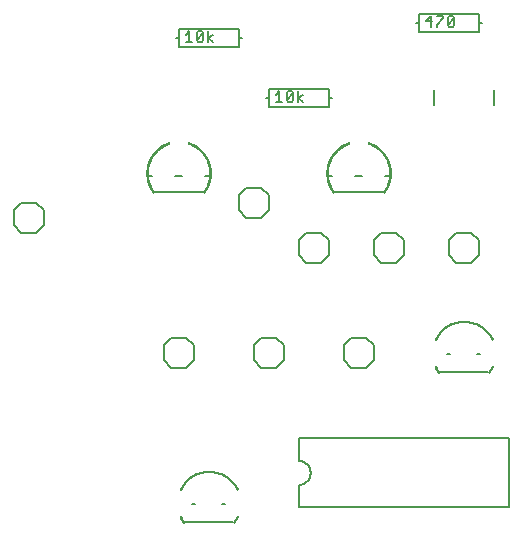
<source format=gto>
G75*
G70*
%OFA0B0*%
%FSLAX24Y24*%
%IPPOS*%
%LPD*%
%AMOC8*
5,1,8,0,0,1.08239X$1,22.5*
%
%ADD10C,0.0080*%
%ADD11C,0.0060*%
%ADD12C,0.0050*%
%ADD13C,0.0010*%
D10*
X009100Y007850D02*
X009350Y007600D01*
X009850Y007600D01*
X010100Y007850D01*
X010100Y008350D01*
X009850Y008600D01*
X009350Y008600D01*
X009100Y008350D01*
X009100Y007850D01*
X012100Y007850D02*
X012350Y007600D01*
X012850Y007600D01*
X013100Y007850D01*
X013100Y008350D01*
X012850Y008600D01*
X012350Y008600D01*
X012100Y008350D01*
X012100Y007850D01*
X015100Y007850D02*
X015350Y007600D01*
X015850Y007600D01*
X016100Y007850D01*
X016100Y008350D01*
X015850Y008600D01*
X015350Y008600D01*
X015100Y008350D01*
X015100Y007850D01*
X014350Y011100D02*
X013850Y011100D01*
X013600Y011350D01*
X013600Y011850D01*
X013850Y012100D01*
X014350Y012100D01*
X014600Y011850D01*
X014600Y011350D01*
X014350Y011100D01*
X016100Y011350D02*
X016350Y011100D01*
X016850Y011100D01*
X017100Y011350D01*
X017100Y011850D01*
X016850Y012100D01*
X016350Y012100D01*
X016100Y011850D01*
X016100Y011350D01*
X018600Y011350D02*
X018850Y011100D01*
X019350Y011100D01*
X019600Y011350D01*
X019600Y011850D01*
X019350Y012100D01*
X018850Y012100D01*
X018600Y011850D01*
X018600Y011350D01*
X018100Y016350D02*
X018100Y016850D01*
X020100Y016850D02*
X020100Y016350D01*
X019600Y018800D02*
X017600Y018800D01*
X017600Y019100D01*
X017500Y019100D01*
X017600Y019100D02*
X017600Y019400D01*
X019600Y019400D01*
X019600Y019100D01*
X019700Y019100D01*
X019600Y019100D02*
X019600Y018800D01*
X014600Y016900D02*
X014600Y016600D01*
X014700Y016600D01*
X014600Y016600D02*
X014600Y016300D01*
X012600Y016300D01*
X012600Y016600D01*
X012500Y016600D01*
X012600Y016600D02*
X012600Y016900D01*
X014600Y016900D01*
X011600Y018300D02*
X009600Y018300D01*
X009600Y018600D01*
X009500Y018600D01*
X009600Y018600D02*
X009600Y018900D01*
X011600Y018900D01*
X011600Y018600D01*
X011700Y018600D01*
X011600Y018600D02*
X011600Y018300D01*
X011850Y013600D02*
X011600Y013350D01*
X011600Y012850D01*
X011850Y012600D01*
X012350Y012600D01*
X012600Y012850D01*
X012600Y013350D01*
X012350Y013600D01*
X011850Y013600D01*
X005100Y012850D02*
X005100Y012350D01*
X004850Y012100D01*
X004350Y012100D01*
X004100Y012350D01*
X004100Y012850D01*
X004350Y013100D01*
X004850Y013100D01*
X005100Y012850D01*
D11*
X008555Y014000D02*
X008713Y014000D01*
X008775Y013450D02*
X010425Y013450D01*
X010487Y014000D02*
X010645Y014000D01*
X009713Y014000D02*
X009487Y014000D01*
X012830Y016480D02*
X013057Y016480D01*
X012943Y016480D02*
X012943Y016820D01*
X012830Y016707D01*
X013198Y016764D02*
X013198Y016537D01*
X013425Y016764D01*
X013425Y016537D01*
X013368Y016480D01*
X013255Y016480D01*
X013198Y016537D01*
X013198Y016764D02*
X013255Y016820D01*
X013368Y016820D01*
X013425Y016764D01*
X013567Y016820D02*
X013567Y016480D01*
X013567Y016593D02*
X013737Y016707D01*
X013567Y016593D02*
X013737Y016480D01*
X014555Y014000D02*
X014713Y014000D01*
X014775Y013450D02*
X016425Y013450D01*
X016487Y014000D02*
X016645Y014000D01*
X015713Y014000D02*
X015487Y014000D01*
X010737Y018480D02*
X010567Y018593D01*
X010737Y018707D01*
X010567Y018820D02*
X010567Y018480D01*
X010425Y018537D02*
X010368Y018480D01*
X010255Y018480D01*
X010198Y018537D01*
X010425Y018764D01*
X010425Y018537D01*
X010425Y018764D02*
X010368Y018820D01*
X010255Y018820D01*
X010198Y018764D01*
X010198Y018537D01*
X010057Y018480D02*
X009830Y018480D01*
X009943Y018480D02*
X009943Y018820D01*
X009830Y018707D01*
X017830Y019150D02*
X018057Y019150D01*
X018000Y018980D02*
X018000Y019320D01*
X017830Y019150D01*
X018198Y019037D02*
X018198Y018980D01*
X018198Y019037D02*
X018425Y019264D01*
X018425Y019320D01*
X018198Y019320D01*
X018567Y019264D02*
X018567Y019037D01*
X018793Y019264D01*
X018793Y019037D01*
X018737Y018980D01*
X018623Y018980D01*
X018567Y019037D01*
X018567Y019264D02*
X018623Y019320D01*
X018737Y019320D01*
X018793Y019264D01*
X020600Y005250D02*
X013600Y005250D01*
X013600Y004500D01*
X013639Y004498D01*
X013678Y004492D01*
X013716Y004483D01*
X013753Y004470D01*
X013789Y004453D01*
X013822Y004433D01*
X013854Y004409D01*
X013883Y004383D01*
X013909Y004354D01*
X013933Y004322D01*
X013953Y004289D01*
X013970Y004253D01*
X013983Y004216D01*
X013992Y004178D01*
X013998Y004139D01*
X014000Y004100D01*
X013998Y004061D01*
X013992Y004022D01*
X013983Y003984D01*
X013970Y003947D01*
X013953Y003911D01*
X013933Y003878D01*
X013909Y003846D01*
X013883Y003817D01*
X013854Y003791D01*
X013822Y003767D01*
X013789Y003747D01*
X013753Y003730D01*
X013716Y003717D01*
X013678Y003708D01*
X013639Y003702D01*
X013600Y003700D01*
X013600Y002950D01*
X020600Y002950D01*
X020600Y005250D01*
D12*
X019925Y007450D02*
X018275Y007450D01*
X018547Y008050D02*
X018653Y008050D01*
X019547Y008050D02*
X019653Y008050D01*
X011425Y002450D02*
X009775Y002450D01*
X010047Y003050D02*
X010153Y003050D01*
X011047Y003050D02*
X011153Y003050D01*
D13*
X011443Y002442D02*
X011411Y002467D01*
X011412Y002466D02*
X011447Y002514D01*
X011479Y002563D01*
X011508Y002614D01*
X011534Y002666D01*
X011570Y002650D01*
X011570Y002649D01*
X011543Y002595D01*
X011513Y002542D01*
X011480Y002491D01*
X011443Y002442D01*
X011436Y002447D01*
X011472Y002496D01*
X011505Y002547D01*
X011535Y002599D01*
X011562Y002653D01*
X011554Y002657D01*
X011527Y002603D01*
X011498Y002551D01*
X011465Y002501D01*
X011429Y002453D01*
X011422Y002458D01*
X011457Y002506D01*
X011490Y002556D01*
X011519Y002607D01*
X011546Y002661D01*
X011538Y002664D01*
X011511Y002612D01*
X011482Y002561D01*
X011450Y002511D01*
X011415Y002464D01*
X011565Y003560D02*
X011529Y003543D01*
X011530Y003543D02*
X011501Y003599D01*
X011469Y003653D01*
X011434Y003705D01*
X011396Y003754D01*
X011354Y003801D01*
X011310Y003846D01*
X011263Y003888D01*
X011214Y003927D01*
X011163Y003963D01*
X011109Y003995D01*
X011054Y004025D01*
X010997Y004050D01*
X010938Y004073D01*
X010879Y004092D01*
X010818Y004107D01*
X010756Y004118D01*
X010694Y004126D01*
X010631Y004130D01*
X010569Y004130D01*
X010506Y004126D01*
X010444Y004118D01*
X010382Y004107D01*
X010321Y004092D01*
X010262Y004073D01*
X010203Y004050D01*
X010146Y004025D01*
X010091Y003995D01*
X010037Y003963D01*
X009986Y003927D01*
X009937Y003888D01*
X009890Y003846D01*
X009846Y003801D01*
X009804Y003754D01*
X009766Y003705D01*
X009731Y003653D01*
X009699Y003599D01*
X009670Y003543D01*
X009635Y003560D01*
X009634Y003560D01*
X009664Y003618D01*
X009697Y003674D01*
X009734Y003728D01*
X009773Y003780D01*
X009816Y003829D01*
X009862Y003875D01*
X009911Y003918D01*
X009962Y003959D01*
X010015Y003996D01*
X010071Y004030D01*
X010128Y004060D01*
X010188Y004087D01*
X010248Y004111D01*
X010311Y004130D01*
X010374Y004146D01*
X010438Y004158D01*
X010502Y004166D01*
X010567Y004170D01*
X010633Y004170D01*
X010698Y004166D01*
X010762Y004158D01*
X010826Y004146D01*
X010889Y004130D01*
X010952Y004111D01*
X011012Y004087D01*
X011072Y004060D01*
X011129Y004030D01*
X011185Y003996D01*
X011238Y003959D01*
X011289Y003918D01*
X011338Y003875D01*
X011384Y003829D01*
X011427Y003780D01*
X011466Y003728D01*
X011503Y003674D01*
X011536Y003618D01*
X011566Y003560D01*
X011558Y003556D01*
X011528Y003614D01*
X011495Y003669D01*
X011459Y003723D01*
X011420Y003774D01*
X011377Y003822D01*
X011332Y003868D01*
X011284Y003911D01*
X011233Y003952D01*
X011180Y003988D01*
X011125Y004022D01*
X011068Y004052D01*
X011009Y004079D01*
X010949Y004102D01*
X010887Y004121D01*
X010824Y004137D01*
X010761Y004149D01*
X010697Y004157D01*
X010632Y004161D01*
X010568Y004161D01*
X010503Y004157D01*
X010439Y004149D01*
X010376Y004137D01*
X010313Y004121D01*
X010251Y004102D01*
X010191Y004079D01*
X010132Y004052D01*
X010075Y004022D01*
X010020Y003988D01*
X009967Y003952D01*
X009916Y003911D01*
X009868Y003868D01*
X009823Y003822D01*
X009780Y003774D01*
X009741Y003723D01*
X009705Y003669D01*
X009672Y003614D01*
X009642Y003556D01*
X009650Y003553D01*
X009680Y003610D01*
X009712Y003665D01*
X009748Y003718D01*
X009787Y003768D01*
X009830Y003816D01*
X009875Y003862D01*
X009922Y003905D01*
X009972Y003944D01*
X010025Y003981D01*
X010080Y004014D01*
X010136Y004044D01*
X010195Y004071D01*
X010254Y004094D01*
X010315Y004113D01*
X010378Y004128D01*
X010441Y004140D01*
X010504Y004148D01*
X010568Y004152D01*
X010632Y004152D01*
X010696Y004148D01*
X010759Y004140D01*
X010822Y004128D01*
X010885Y004113D01*
X010946Y004094D01*
X011005Y004071D01*
X011064Y004044D01*
X011120Y004014D01*
X011175Y003981D01*
X011228Y003944D01*
X011278Y003905D01*
X011325Y003862D01*
X011370Y003816D01*
X011413Y003768D01*
X011452Y003718D01*
X011488Y003665D01*
X011520Y003610D01*
X011550Y003553D01*
X011542Y003549D01*
X011512Y003605D01*
X011480Y003660D01*
X011444Y003712D01*
X011406Y003762D01*
X011364Y003810D01*
X011319Y003855D01*
X011272Y003898D01*
X011222Y003937D01*
X011170Y003973D01*
X011116Y004006D01*
X011060Y004036D01*
X011002Y004062D01*
X010943Y004085D01*
X010882Y004104D01*
X010821Y004119D01*
X010758Y004131D01*
X010695Y004139D01*
X010632Y004143D01*
X010568Y004143D01*
X010505Y004139D01*
X010442Y004131D01*
X010379Y004119D01*
X010318Y004104D01*
X010257Y004085D01*
X010198Y004062D01*
X010140Y004036D01*
X010084Y004006D01*
X010030Y003973D01*
X009978Y003937D01*
X009928Y003898D01*
X009881Y003855D01*
X009836Y003810D01*
X009794Y003762D01*
X009756Y003712D01*
X009720Y003660D01*
X009688Y003605D01*
X009658Y003549D01*
X009667Y003545D01*
X009695Y003601D01*
X009728Y003655D01*
X009763Y003707D01*
X009801Y003757D01*
X009843Y003804D01*
X009887Y003849D01*
X009934Y003891D01*
X009983Y003930D01*
X010035Y003966D01*
X010089Y003999D01*
X010144Y004028D01*
X010202Y004054D01*
X010260Y004077D01*
X010320Y004095D01*
X010381Y004111D01*
X010443Y004122D01*
X010506Y004130D01*
X010569Y004134D01*
X010631Y004134D01*
X010694Y004130D01*
X010757Y004122D01*
X010819Y004111D01*
X010880Y004095D01*
X010940Y004077D01*
X010998Y004054D01*
X011056Y004028D01*
X011111Y003999D01*
X011165Y003966D01*
X011217Y003930D01*
X011266Y003891D01*
X011313Y003849D01*
X011357Y003804D01*
X011399Y003757D01*
X011437Y003707D01*
X011472Y003655D01*
X011505Y003601D01*
X011533Y003545D01*
X009635Y002640D02*
X009671Y002657D01*
X009670Y002657D02*
X009696Y002607D01*
X009724Y002558D01*
X009755Y002511D01*
X009788Y002466D01*
X009757Y002442D01*
X009722Y002488D01*
X009690Y002537D01*
X009661Y002588D01*
X009634Y002640D01*
X009642Y002644D01*
X009669Y002592D01*
X009698Y002542D01*
X009729Y002494D01*
X009764Y002447D01*
X009771Y002453D01*
X009737Y002499D01*
X009705Y002547D01*
X009676Y002596D01*
X009650Y002647D01*
X009658Y002651D01*
X009684Y002601D01*
X009713Y002551D01*
X009744Y002504D01*
X009778Y002458D01*
X009785Y002464D01*
X009751Y002509D01*
X009721Y002556D01*
X009692Y002605D01*
X009667Y002655D01*
X018135Y007640D02*
X018171Y007657D01*
X018170Y007657D02*
X018196Y007607D01*
X018224Y007558D01*
X018255Y007511D01*
X018288Y007466D01*
X018257Y007442D01*
X018222Y007488D01*
X018190Y007537D01*
X018161Y007588D01*
X018134Y007640D01*
X018142Y007644D01*
X018169Y007592D01*
X018198Y007542D01*
X018229Y007494D01*
X018264Y007447D01*
X018271Y007453D01*
X018237Y007499D01*
X018205Y007547D01*
X018176Y007596D01*
X018150Y007647D01*
X018158Y007651D01*
X018184Y007601D01*
X018213Y007551D01*
X018244Y007504D01*
X018278Y007458D01*
X018285Y007464D01*
X018251Y007509D01*
X018221Y007556D01*
X018192Y007605D01*
X018167Y007655D01*
X020065Y008560D02*
X020029Y008543D01*
X020030Y008543D02*
X020001Y008599D01*
X019969Y008653D01*
X019934Y008705D01*
X019896Y008754D01*
X019854Y008801D01*
X019810Y008846D01*
X019763Y008888D01*
X019714Y008927D01*
X019663Y008963D01*
X019609Y008995D01*
X019554Y009025D01*
X019497Y009050D01*
X019438Y009073D01*
X019379Y009092D01*
X019318Y009107D01*
X019256Y009118D01*
X019194Y009126D01*
X019131Y009130D01*
X019069Y009130D01*
X019006Y009126D01*
X018944Y009118D01*
X018882Y009107D01*
X018821Y009092D01*
X018762Y009073D01*
X018703Y009050D01*
X018646Y009025D01*
X018591Y008995D01*
X018537Y008963D01*
X018486Y008927D01*
X018437Y008888D01*
X018390Y008846D01*
X018346Y008801D01*
X018304Y008754D01*
X018266Y008705D01*
X018231Y008653D01*
X018199Y008599D01*
X018170Y008543D01*
X018135Y008560D01*
X018134Y008560D01*
X018164Y008618D01*
X018197Y008674D01*
X018234Y008728D01*
X018273Y008780D01*
X018316Y008829D01*
X018362Y008875D01*
X018411Y008918D01*
X018462Y008959D01*
X018515Y008996D01*
X018571Y009030D01*
X018628Y009060D01*
X018688Y009087D01*
X018748Y009111D01*
X018811Y009130D01*
X018874Y009146D01*
X018938Y009158D01*
X019002Y009166D01*
X019067Y009170D01*
X019133Y009170D01*
X019198Y009166D01*
X019262Y009158D01*
X019326Y009146D01*
X019389Y009130D01*
X019452Y009111D01*
X019512Y009087D01*
X019572Y009060D01*
X019629Y009030D01*
X019685Y008996D01*
X019738Y008959D01*
X019789Y008918D01*
X019838Y008875D01*
X019884Y008829D01*
X019927Y008780D01*
X019966Y008728D01*
X020003Y008674D01*
X020036Y008618D01*
X020066Y008560D01*
X020058Y008556D01*
X020028Y008614D01*
X019995Y008669D01*
X019959Y008723D01*
X019920Y008774D01*
X019877Y008822D01*
X019832Y008868D01*
X019784Y008911D01*
X019733Y008952D01*
X019680Y008988D01*
X019625Y009022D01*
X019568Y009052D01*
X019509Y009079D01*
X019449Y009102D01*
X019387Y009121D01*
X019324Y009137D01*
X019261Y009149D01*
X019197Y009157D01*
X019132Y009161D01*
X019068Y009161D01*
X019003Y009157D01*
X018939Y009149D01*
X018876Y009137D01*
X018813Y009121D01*
X018751Y009102D01*
X018691Y009079D01*
X018632Y009052D01*
X018575Y009022D01*
X018520Y008988D01*
X018467Y008952D01*
X018416Y008911D01*
X018368Y008868D01*
X018323Y008822D01*
X018280Y008774D01*
X018241Y008723D01*
X018205Y008669D01*
X018172Y008614D01*
X018142Y008556D01*
X018150Y008553D01*
X018180Y008610D01*
X018212Y008665D01*
X018248Y008718D01*
X018287Y008768D01*
X018330Y008816D01*
X018375Y008862D01*
X018422Y008905D01*
X018472Y008944D01*
X018525Y008981D01*
X018580Y009014D01*
X018636Y009044D01*
X018695Y009071D01*
X018754Y009094D01*
X018815Y009113D01*
X018878Y009128D01*
X018941Y009140D01*
X019004Y009148D01*
X019068Y009152D01*
X019132Y009152D01*
X019196Y009148D01*
X019259Y009140D01*
X019322Y009128D01*
X019385Y009113D01*
X019446Y009094D01*
X019505Y009071D01*
X019564Y009044D01*
X019620Y009014D01*
X019675Y008981D01*
X019728Y008944D01*
X019778Y008905D01*
X019825Y008862D01*
X019870Y008816D01*
X019913Y008768D01*
X019952Y008718D01*
X019988Y008665D01*
X020020Y008610D01*
X020050Y008553D01*
X020042Y008549D01*
X020012Y008605D01*
X019980Y008660D01*
X019944Y008712D01*
X019906Y008762D01*
X019864Y008810D01*
X019819Y008855D01*
X019772Y008898D01*
X019722Y008937D01*
X019670Y008973D01*
X019616Y009006D01*
X019560Y009036D01*
X019502Y009062D01*
X019443Y009085D01*
X019382Y009104D01*
X019321Y009119D01*
X019258Y009131D01*
X019195Y009139D01*
X019132Y009143D01*
X019068Y009143D01*
X019005Y009139D01*
X018942Y009131D01*
X018879Y009119D01*
X018818Y009104D01*
X018757Y009085D01*
X018698Y009062D01*
X018640Y009036D01*
X018584Y009006D01*
X018530Y008973D01*
X018478Y008937D01*
X018428Y008898D01*
X018381Y008855D01*
X018336Y008810D01*
X018294Y008762D01*
X018256Y008712D01*
X018220Y008660D01*
X018188Y008605D01*
X018158Y008549D01*
X018167Y008545D01*
X018195Y008601D01*
X018228Y008655D01*
X018263Y008707D01*
X018301Y008757D01*
X018343Y008804D01*
X018387Y008849D01*
X018434Y008891D01*
X018483Y008930D01*
X018535Y008966D01*
X018589Y008999D01*
X018644Y009028D01*
X018702Y009054D01*
X018760Y009077D01*
X018820Y009095D01*
X018881Y009111D01*
X018943Y009122D01*
X019006Y009130D01*
X019069Y009134D01*
X019131Y009134D01*
X019194Y009130D01*
X019257Y009122D01*
X019319Y009111D01*
X019380Y009095D01*
X019440Y009077D01*
X019498Y009054D01*
X019556Y009028D01*
X019611Y008999D01*
X019665Y008966D01*
X019717Y008930D01*
X019766Y008891D01*
X019813Y008849D01*
X019857Y008804D01*
X019899Y008757D01*
X019937Y008707D01*
X019972Y008655D01*
X020005Y008601D01*
X020033Y008545D01*
X019943Y007442D02*
X019911Y007467D01*
X019912Y007466D02*
X019947Y007514D01*
X019979Y007563D01*
X020008Y007614D01*
X020034Y007666D01*
X020070Y007650D01*
X020070Y007649D01*
X020043Y007595D01*
X020013Y007542D01*
X019980Y007491D01*
X019943Y007442D01*
X019936Y007447D01*
X019972Y007496D01*
X020005Y007547D01*
X020035Y007599D01*
X020062Y007653D01*
X020054Y007657D01*
X020027Y007603D01*
X019998Y007551D01*
X019965Y007501D01*
X019929Y007453D01*
X019922Y007458D01*
X019957Y007506D01*
X019990Y007556D01*
X020019Y007607D01*
X020046Y007661D01*
X020038Y007664D01*
X020011Y007612D01*
X019982Y007561D01*
X019950Y007511D01*
X019915Y007464D01*
X016447Y013439D02*
X016408Y013470D01*
X016408Y013469D02*
X016445Y013519D01*
X016478Y013571D01*
X016508Y013625D01*
X016535Y013681D01*
X016559Y013738D01*
X016579Y013796D01*
X016595Y013856D01*
X016608Y013916D01*
X016618Y013977D01*
X016623Y014039D01*
X016625Y014101D01*
X016623Y014162D01*
X016617Y014224D01*
X016608Y014285D01*
X016595Y014345D01*
X016579Y014405D01*
X016558Y014463D01*
X016535Y014520D01*
X016508Y014576D01*
X016477Y014630D01*
X016444Y014682D01*
X016407Y014731D01*
X016368Y014779D01*
X016326Y014824D01*
X016281Y014866D01*
X016233Y014906D01*
X016184Y014943D01*
X016132Y014976D01*
X016078Y015007D01*
X016022Y015034D01*
X015965Y015058D01*
X015907Y015078D01*
X015921Y015125D01*
X015922Y015126D01*
X015983Y015104D01*
X016043Y015080D01*
X016101Y015051D01*
X016157Y015019D01*
X016212Y014984D01*
X016264Y014945D01*
X016314Y014904D01*
X016361Y014859D01*
X016405Y014812D01*
X016447Y014762D01*
X016485Y014710D01*
X016520Y014656D01*
X016552Y014599D01*
X016580Y014541D01*
X016605Y014481D01*
X016626Y014420D01*
X016644Y014357D01*
X016657Y014294D01*
X016667Y014230D01*
X016673Y014165D01*
X016675Y014100D01*
X016673Y014036D01*
X016667Y013971D01*
X016658Y013907D01*
X016644Y013844D01*
X016627Y013781D01*
X016606Y013720D01*
X016581Y013660D01*
X016553Y013602D01*
X016521Y013545D01*
X016486Y013491D01*
X016447Y013438D01*
X016440Y013444D01*
X016478Y013496D01*
X016513Y013550D01*
X016545Y013606D01*
X016573Y013664D01*
X016597Y013723D01*
X016618Y013784D01*
X016635Y013846D01*
X016649Y013909D01*
X016658Y013972D01*
X016664Y014036D01*
X016666Y014100D01*
X016664Y014165D01*
X016658Y014229D01*
X016649Y014292D01*
X016635Y014355D01*
X016618Y014417D01*
X016597Y014478D01*
X016572Y014537D01*
X016544Y014595D01*
X016513Y014651D01*
X016478Y014705D01*
X016440Y014757D01*
X016399Y014806D01*
X016355Y014853D01*
X016308Y014897D01*
X016258Y014938D01*
X016207Y014976D01*
X016153Y015011D01*
X016097Y015043D01*
X016039Y015071D01*
X015980Y015096D01*
X015919Y015117D01*
X015916Y015109D01*
X015977Y015088D01*
X016035Y015063D01*
X016093Y015035D01*
X016148Y015004D01*
X016202Y014969D01*
X016253Y014931D01*
X016302Y014890D01*
X016348Y014847D01*
X016392Y014800D01*
X016433Y014751D01*
X016470Y014700D01*
X016505Y014646D01*
X016536Y014591D01*
X016564Y014533D01*
X016588Y014475D01*
X016609Y014414D01*
X016626Y014353D01*
X016640Y014291D01*
X016649Y014228D01*
X016655Y014164D01*
X016657Y014101D01*
X016655Y014037D01*
X016649Y013973D01*
X016640Y013910D01*
X016627Y013848D01*
X016609Y013787D01*
X016589Y013726D01*
X016564Y013667D01*
X016537Y013610D01*
X016505Y013555D01*
X016471Y013501D01*
X016433Y013450D01*
X016426Y013455D01*
X016463Y013506D01*
X016498Y013559D01*
X016529Y013614D01*
X016556Y013671D01*
X016580Y013730D01*
X016601Y013789D01*
X016618Y013850D01*
X016631Y013912D01*
X016640Y013974D01*
X016646Y014037D01*
X016648Y014101D01*
X016646Y014164D01*
X016640Y014227D01*
X016631Y014289D01*
X016618Y014351D01*
X016601Y014412D01*
X016580Y014471D01*
X016556Y014530D01*
X016528Y014587D01*
X016497Y014642D01*
X016463Y014695D01*
X016425Y014746D01*
X016385Y014794D01*
X016342Y014840D01*
X016296Y014884D01*
X016247Y014924D01*
X016197Y014962D01*
X016144Y014996D01*
X016089Y015027D01*
X016032Y015055D01*
X015973Y015079D01*
X015914Y015100D01*
X015911Y015091D01*
X015970Y015071D01*
X016028Y015047D01*
X016084Y015019D01*
X016139Y014988D01*
X016191Y014954D01*
X016242Y014917D01*
X016290Y014877D01*
X016335Y014834D01*
X016378Y014788D01*
X016418Y014740D01*
X016456Y014690D01*
X016489Y014637D01*
X016520Y014582D01*
X016548Y014526D01*
X016572Y014468D01*
X016592Y014409D01*
X016609Y014349D01*
X016622Y014287D01*
X016631Y014226D01*
X016637Y014163D01*
X016639Y014101D01*
X016637Y014038D01*
X016632Y013976D01*
X016622Y013914D01*
X016609Y013852D01*
X016592Y013792D01*
X016572Y013733D01*
X016548Y013675D01*
X016521Y013619D01*
X016490Y013564D01*
X016456Y013511D01*
X016419Y013461D01*
X016412Y013466D01*
X016449Y013516D01*
X016482Y013569D01*
X016513Y013623D01*
X016540Y013679D01*
X016564Y013736D01*
X016584Y013795D01*
X016600Y013855D01*
X016613Y013915D01*
X016623Y013977D01*
X016628Y014038D01*
X016630Y014101D01*
X016628Y014163D01*
X016622Y014224D01*
X016613Y014286D01*
X016600Y014347D01*
X016583Y014406D01*
X016563Y014465D01*
X016539Y014522D01*
X016512Y014578D01*
X016482Y014632D01*
X016448Y014684D01*
X016411Y014735D01*
X016372Y014782D01*
X016329Y014828D01*
X016284Y014870D01*
X016236Y014910D01*
X016186Y014947D01*
X016134Y014981D01*
X016080Y015011D01*
X016024Y015038D01*
X015967Y015062D01*
X015908Y015083D01*
X015279Y015125D02*
X015293Y015077D01*
X015293Y015078D02*
X015235Y015058D01*
X015178Y015034D01*
X015122Y015007D01*
X015068Y014976D01*
X015016Y014943D01*
X014967Y014906D01*
X014919Y014866D01*
X014874Y014824D01*
X014832Y014779D01*
X014793Y014731D01*
X014756Y014682D01*
X014723Y014630D01*
X014692Y014576D01*
X014665Y014520D01*
X014642Y014463D01*
X014621Y014405D01*
X014605Y014345D01*
X014592Y014285D01*
X014583Y014224D01*
X014577Y014162D01*
X014575Y014101D01*
X014577Y014039D01*
X014582Y013977D01*
X014592Y013916D01*
X014605Y013856D01*
X014621Y013796D01*
X014641Y013738D01*
X014665Y013681D01*
X014692Y013625D01*
X014722Y013571D01*
X014755Y013519D01*
X014792Y013469D01*
X014753Y013439D01*
X014753Y013438D01*
X014714Y013491D01*
X014679Y013545D01*
X014647Y013602D01*
X014619Y013660D01*
X014594Y013720D01*
X014573Y013781D01*
X014556Y013844D01*
X014542Y013907D01*
X014533Y013971D01*
X014527Y014036D01*
X014525Y014100D01*
X014527Y014165D01*
X014533Y014230D01*
X014543Y014294D01*
X014556Y014357D01*
X014574Y014420D01*
X014595Y014481D01*
X014620Y014541D01*
X014648Y014599D01*
X014680Y014656D01*
X014715Y014710D01*
X014753Y014762D01*
X014795Y014812D01*
X014839Y014859D01*
X014886Y014904D01*
X014936Y014945D01*
X014988Y014984D01*
X015043Y015019D01*
X015099Y015051D01*
X015157Y015080D01*
X015217Y015104D01*
X015278Y015126D01*
X015281Y015117D01*
X015220Y015096D01*
X015161Y015071D01*
X015103Y015043D01*
X015047Y015011D01*
X014993Y014976D01*
X014942Y014938D01*
X014892Y014897D01*
X014845Y014853D01*
X014801Y014806D01*
X014760Y014757D01*
X014722Y014705D01*
X014687Y014651D01*
X014656Y014595D01*
X014628Y014537D01*
X014603Y014478D01*
X014582Y014417D01*
X014565Y014355D01*
X014551Y014292D01*
X014542Y014229D01*
X014536Y014165D01*
X014534Y014100D01*
X014536Y014036D01*
X014542Y013972D01*
X014551Y013909D01*
X014565Y013846D01*
X014582Y013784D01*
X014603Y013723D01*
X014627Y013664D01*
X014655Y013606D01*
X014687Y013550D01*
X014722Y013496D01*
X014760Y013444D01*
X014767Y013450D01*
X014729Y013501D01*
X014695Y013555D01*
X014663Y013610D01*
X014636Y013667D01*
X014611Y013726D01*
X014591Y013787D01*
X014573Y013848D01*
X014560Y013910D01*
X014551Y013973D01*
X014545Y014037D01*
X014543Y014101D01*
X014545Y014164D01*
X014551Y014228D01*
X014560Y014291D01*
X014574Y014353D01*
X014591Y014414D01*
X014612Y014475D01*
X014636Y014533D01*
X014664Y014591D01*
X014695Y014646D01*
X014730Y014700D01*
X014767Y014751D01*
X014808Y014800D01*
X014852Y014847D01*
X014898Y014890D01*
X014947Y014931D01*
X014998Y014969D01*
X015052Y015004D01*
X015107Y015035D01*
X015165Y015063D01*
X015223Y015088D01*
X015284Y015109D01*
X015286Y015100D01*
X015227Y015079D01*
X015168Y015055D01*
X015111Y015027D01*
X015056Y014996D01*
X015003Y014962D01*
X014953Y014924D01*
X014904Y014884D01*
X014858Y014840D01*
X014815Y014794D01*
X014775Y014746D01*
X014737Y014695D01*
X014703Y014642D01*
X014672Y014587D01*
X014644Y014530D01*
X014620Y014471D01*
X014599Y014412D01*
X014582Y014351D01*
X014569Y014289D01*
X014560Y014227D01*
X014554Y014164D01*
X014552Y014101D01*
X014554Y014037D01*
X014560Y013974D01*
X014569Y013912D01*
X014582Y013850D01*
X014599Y013789D01*
X014620Y013730D01*
X014644Y013671D01*
X014671Y013614D01*
X014702Y013559D01*
X014737Y013506D01*
X014774Y013455D01*
X014781Y013461D01*
X014744Y013511D01*
X014710Y013564D01*
X014679Y013619D01*
X014652Y013675D01*
X014628Y013733D01*
X014608Y013792D01*
X014591Y013852D01*
X014578Y013914D01*
X014568Y013976D01*
X014563Y014038D01*
X014561Y014101D01*
X014563Y014163D01*
X014569Y014226D01*
X014578Y014287D01*
X014591Y014349D01*
X014608Y014409D01*
X014628Y014468D01*
X014652Y014526D01*
X014680Y014582D01*
X014711Y014637D01*
X014744Y014690D01*
X014782Y014740D01*
X014822Y014788D01*
X014865Y014834D01*
X014910Y014877D01*
X014958Y014917D01*
X015009Y014954D01*
X015061Y014988D01*
X015116Y015019D01*
X015172Y015047D01*
X015230Y015071D01*
X015289Y015091D01*
X015292Y015083D01*
X015233Y015062D01*
X015176Y015038D01*
X015120Y015011D01*
X015066Y014981D01*
X015014Y014947D01*
X014964Y014910D01*
X014916Y014870D01*
X014871Y014828D01*
X014828Y014782D01*
X014789Y014735D01*
X014752Y014684D01*
X014718Y014632D01*
X014688Y014578D01*
X014661Y014522D01*
X014637Y014465D01*
X014617Y014406D01*
X014600Y014347D01*
X014587Y014286D01*
X014578Y014224D01*
X014572Y014163D01*
X014570Y014101D01*
X014572Y014038D01*
X014577Y013977D01*
X014587Y013915D01*
X014600Y013855D01*
X014616Y013795D01*
X014636Y013736D01*
X014660Y013679D01*
X014687Y013623D01*
X014718Y013569D01*
X014751Y013516D01*
X014788Y013466D01*
X010447Y013439D02*
X010408Y013470D01*
X010408Y013469D02*
X010445Y013519D01*
X010478Y013571D01*
X010508Y013625D01*
X010535Y013681D01*
X010559Y013738D01*
X010579Y013796D01*
X010595Y013856D01*
X010608Y013916D01*
X010618Y013977D01*
X010623Y014039D01*
X010625Y014101D01*
X010623Y014162D01*
X010617Y014224D01*
X010608Y014285D01*
X010595Y014345D01*
X010579Y014405D01*
X010558Y014463D01*
X010535Y014520D01*
X010508Y014576D01*
X010477Y014630D01*
X010444Y014682D01*
X010407Y014731D01*
X010368Y014779D01*
X010326Y014824D01*
X010281Y014866D01*
X010233Y014906D01*
X010184Y014943D01*
X010132Y014976D01*
X010078Y015007D01*
X010022Y015034D01*
X009965Y015058D01*
X009907Y015078D01*
X009921Y015125D01*
X009922Y015126D01*
X009983Y015104D01*
X010043Y015080D01*
X010101Y015051D01*
X010157Y015019D01*
X010212Y014984D01*
X010264Y014945D01*
X010314Y014904D01*
X010361Y014859D01*
X010405Y014812D01*
X010447Y014762D01*
X010485Y014710D01*
X010520Y014656D01*
X010552Y014599D01*
X010580Y014541D01*
X010605Y014481D01*
X010626Y014420D01*
X010644Y014357D01*
X010657Y014294D01*
X010667Y014230D01*
X010673Y014165D01*
X010675Y014100D01*
X010673Y014036D01*
X010667Y013971D01*
X010658Y013907D01*
X010644Y013844D01*
X010627Y013781D01*
X010606Y013720D01*
X010581Y013660D01*
X010553Y013602D01*
X010521Y013545D01*
X010486Y013491D01*
X010447Y013438D01*
X010440Y013444D01*
X010478Y013496D01*
X010513Y013550D01*
X010545Y013606D01*
X010573Y013664D01*
X010597Y013723D01*
X010618Y013784D01*
X010635Y013846D01*
X010649Y013909D01*
X010658Y013972D01*
X010664Y014036D01*
X010666Y014100D01*
X010664Y014165D01*
X010658Y014229D01*
X010649Y014292D01*
X010635Y014355D01*
X010618Y014417D01*
X010597Y014478D01*
X010572Y014537D01*
X010544Y014595D01*
X010513Y014651D01*
X010478Y014705D01*
X010440Y014757D01*
X010399Y014806D01*
X010355Y014853D01*
X010308Y014897D01*
X010258Y014938D01*
X010207Y014976D01*
X010153Y015011D01*
X010097Y015043D01*
X010039Y015071D01*
X009980Y015096D01*
X009919Y015117D01*
X009916Y015109D01*
X009977Y015088D01*
X010035Y015063D01*
X010093Y015035D01*
X010148Y015004D01*
X010202Y014969D01*
X010253Y014931D01*
X010302Y014890D01*
X010348Y014847D01*
X010392Y014800D01*
X010433Y014751D01*
X010470Y014700D01*
X010505Y014646D01*
X010536Y014591D01*
X010564Y014533D01*
X010588Y014475D01*
X010609Y014414D01*
X010626Y014353D01*
X010640Y014291D01*
X010649Y014228D01*
X010655Y014164D01*
X010657Y014101D01*
X010655Y014037D01*
X010649Y013973D01*
X010640Y013910D01*
X010627Y013848D01*
X010609Y013787D01*
X010589Y013726D01*
X010564Y013667D01*
X010537Y013610D01*
X010505Y013555D01*
X010471Y013501D01*
X010433Y013450D01*
X010426Y013455D01*
X010463Y013506D01*
X010498Y013559D01*
X010529Y013614D01*
X010556Y013671D01*
X010580Y013730D01*
X010601Y013789D01*
X010618Y013850D01*
X010631Y013912D01*
X010640Y013974D01*
X010646Y014037D01*
X010648Y014101D01*
X010646Y014164D01*
X010640Y014227D01*
X010631Y014289D01*
X010618Y014351D01*
X010601Y014412D01*
X010580Y014471D01*
X010556Y014530D01*
X010528Y014587D01*
X010497Y014642D01*
X010463Y014695D01*
X010425Y014746D01*
X010385Y014794D01*
X010342Y014840D01*
X010296Y014884D01*
X010247Y014924D01*
X010197Y014962D01*
X010144Y014996D01*
X010089Y015027D01*
X010032Y015055D01*
X009973Y015079D01*
X009914Y015100D01*
X009911Y015091D01*
X009970Y015071D01*
X010028Y015047D01*
X010084Y015019D01*
X010139Y014988D01*
X010191Y014954D01*
X010242Y014917D01*
X010290Y014877D01*
X010335Y014834D01*
X010378Y014788D01*
X010418Y014740D01*
X010456Y014690D01*
X010489Y014637D01*
X010520Y014582D01*
X010548Y014526D01*
X010572Y014468D01*
X010592Y014409D01*
X010609Y014349D01*
X010622Y014287D01*
X010631Y014226D01*
X010637Y014163D01*
X010639Y014101D01*
X010637Y014038D01*
X010632Y013976D01*
X010622Y013914D01*
X010609Y013852D01*
X010592Y013792D01*
X010572Y013733D01*
X010548Y013675D01*
X010521Y013619D01*
X010490Y013564D01*
X010456Y013511D01*
X010419Y013461D01*
X010412Y013466D01*
X010449Y013516D01*
X010482Y013569D01*
X010513Y013623D01*
X010540Y013679D01*
X010564Y013736D01*
X010584Y013795D01*
X010600Y013855D01*
X010613Y013915D01*
X010623Y013977D01*
X010628Y014038D01*
X010630Y014101D01*
X010628Y014163D01*
X010622Y014224D01*
X010613Y014286D01*
X010600Y014347D01*
X010583Y014406D01*
X010563Y014465D01*
X010539Y014522D01*
X010512Y014578D01*
X010482Y014632D01*
X010448Y014684D01*
X010411Y014735D01*
X010372Y014782D01*
X010329Y014828D01*
X010284Y014870D01*
X010236Y014910D01*
X010186Y014947D01*
X010134Y014981D01*
X010080Y015011D01*
X010024Y015038D01*
X009967Y015062D01*
X009908Y015083D01*
X009279Y015125D02*
X009293Y015077D01*
X009293Y015078D02*
X009235Y015058D01*
X009178Y015034D01*
X009122Y015007D01*
X009068Y014976D01*
X009016Y014943D01*
X008967Y014906D01*
X008919Y014866D01*
X008874Y014824D01*
X008832Y014779D01*
X008793Y014731D01*
X008756Y014682D01*
X008723Y014630D01*
X008692Y014576D01*
X008665Y014520D01*
X008642Y014463D01*
X008621Y014405D01*
X008605Y014345D01*
X008592Y014285D01*
X008583Y014224D01*
X008577Y014162D01*
X008575Y014101D01*
X008577Y014039D01*
X008582Y013977D01*
X008592Y013916D01*
X008605Y013856D01*
X008621Y013796D01*
X008641Y013738D01*
X008665Y013681D01*
X008692Y013625D01*
X008722Y013571D01*
X008755Y013519D01*
X008792Y013469D01*
X008753Y013439D01*
X008753Y013438D01*
X008714Y013491D01*
X008679Y013545D01*
X008647Y013602D01*
X008619Y013660D01*
X008594Y013720D01*
X008573Y013781D01*
X008556Y013844D01*
X008542Y013907D01*
X008533Y013971D01*
X008527Y014036D01*
X008525Y014100D01*
X008527Y014165D01*
X008533Y014230D01*
X008543Y014294D01*
X008556Y014357D01*
X008574Y014420D01*
X008595Y014481D01*
X008620Y014541D01*
X008648Y014599D01*
X008680Y014656D01*
X008715Y014710D01*
X008753Y014762D01*
X008795Y014812D01*
X008839Y014859D01*
X008886Y014904D01*
X008936Y014945D01*
X008988Y014984D01*
X009043Y015019D01*
X009099Y015051D01*
X009157Y015080D01*
X009217Y015104D01*
X009278Y015126D01*
X009281Y015117D01*
X009220Y015096D01*
X009161Y015071D01*
X009103Y015043D01*
X009047Y015011D01*
X008993Y014976D01*
X008942Y014938D01*
X008892Y014897D01*
X008845Y014853D01*
X008801Y014806D01*
X008760Y014757D01*
X008722Y014705D01*
X008687Y014651D01*
X008656Y014595D01*
X008628Y014537D01*
X008603Y014478D01*
X008582Y014417D01*
X008565Y014355D01*
X008551Y014292D01*
X008542Y014229D01*
X008536Y014165D01*
X008534Y014100D01*
X008536Y014036D01*
X008542Y013972D01*
X008551Y013909D01*
X008565Y013846D01*
X008582Y013784D01*
X008603Y013723D01*
X008627Y013664D01*
X008655Y013606D01*
X008687Y013550D01*
X008722Y013496D01*
X008760Y013444D01*
X008767Y013450D01*
X008729Y013501D01*
X008695Y013555D01*
X008663Y013610D01*
X008636Y013667D01*
X008611Y013726D01*
X008591Y013787D01*
X008573Y013848D01*
X008560Y013910D01*
X008551Y013973D01*
X008545Y014037D01*
X008543Y014101D01*
X008545Y014164D01*
X008551Y014228D01*
X008560Y014291D01*
X008574Y014353D01*
X008591Y014414D01*
X008612Y014475D01*
X008636Y014533D01*
X008664Y014591D01*
X008695Y014646D01*
X008730Y014700D01*
X008767Y014751D01*
X008808Y014800D01*
X008852Y014847D01*
X008898Y014890D01*
X008947Y014931D01*
X008998Y014969D01*
X009052Y015004D01*
X009107Y015035D01*
X009165Y015063D01*
X009223Y015088D01*
X009284Y015109D01*
X009286Y015100D01*
X009227Y015079D01*
X009168Y015055D01*
X009111Y015027D01*
X009056Y014996D01*
X009003Y014962D01*
X008953Y014924D01*
X008904Y014884D01*
X008858Y014840D01*
X008815Y014794D01*
X008775Y014746D01*
X008737Y014695D01*
X008703Y014642D01*
X008672Y014587D01*
X008644Y014530D01*
X008620Y014471D01*
X008599Y014412D01*
X008582Y014351D01*
X008569Y014289D01*
X008560Y014227D01*
X008554Y014164D01*
X008552Y014101D01*
X008554Y014037D01*
X008560Y013974D01*
X008569Y013912D01*
X008582Y013850D01*
X008599Y013789D01*
X008620Y013730D01*
X008644Y013671D01*
X008671Y013614D01*
X008702Y013559D01*
X008737Y013506D01*
X008774Y013455D01*
X008781Y013461D01*
X008744Y013511D01*
X008710Y013564D01*
X008679Y013619D01*
X008652Y013675D01*
X008628Y013733D01*
X008608Y013792D01*
X008591Y013852D01*
X008578Y013914D01*
X008568Y013976D01*
X008563Y014038D01*
X008561Y014101D01*
X008563Y014163D01*
X008569Y014226D01*
X008578Y014287D01*
X008591Y014349D01*
X008608Y014409D01*
X008628Y014468D01*
X008652Y014526D01*
X008680Y014582D01*
X008711Y014637D01*
X008744Y014690D01*
X008782Y014740D01*
X008822Y014788D01*
X008865Y014834D01*
X008910Y014877D01*
X008958Y014917D01*
X009009Y014954D01*
X009061Y014988D01*
X009116Y015019D01*
X009172Y015047D01*
X009230Y015071D01*
X009289Y015091D01*
X009292Y015083D01*
X009233Y015062D01*
X009176Y015038D01*
X009120Y015011D01*
X009066Y014981D01*
X009014Y014947D01*
X008964Y014910D01*
X008916Y014870D01*
X008871Y014828D01*
X008828Y014782D01*
X008789Y014735D01*
X008752Y014684D01*
X008718Y014632D01*
X008688Y014578D01*
X008661Y014522D01*
X008637Y014465D01*
X008617Y014406D01*
X008600Y014347D01*
X008587Y014286D01*
X008578Y014224D01*
X008572Y014163D01*
X008570Y014101D01*
X008572Y014038D01*
X008577Y013977D01*
X008587Y013915D01*
X008600Y013855D01*
X008616Y013795D01*
X008636Y013736D01*
X008660Y013679D01*
X008687Y013623D01*
X008718Y013569D01*
X008751Y013516D01*
X008788Y013466D01*
M02*

</source>
